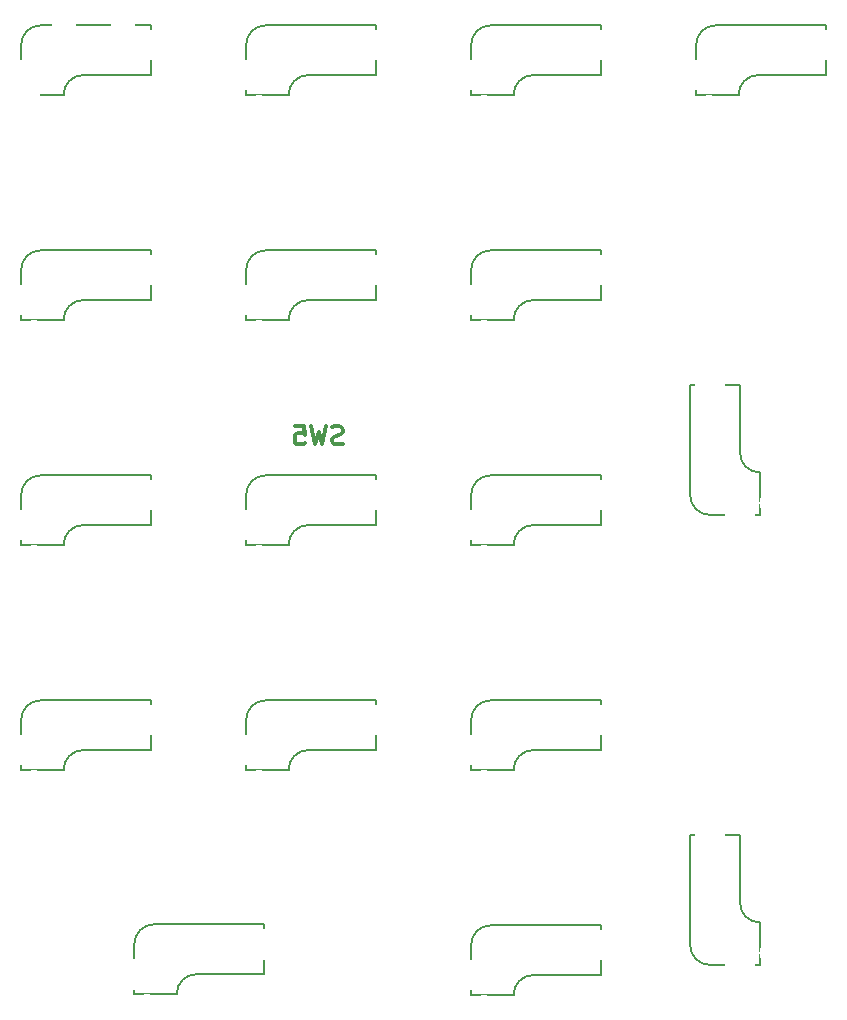
<source format=gbo>
G04 #@! TF.GenerationSoftware,KiCad,Pcbnew,5.1.10-88a1d61d58~90~ubuntu21.04.1*
G04 #@! TF.CreationDate,2021-08-17T10:31:51+02:00*
G04 #@! TF.ProjectId,discipad-pro,64697363-6970-4616-942d-70726f2e6b69,rev?*
G04 #@! TF.SameCoordinates,Original*
G04 #@! TF.FileFunction,Legend,Bot*
G04 #@! TF.FilePolarity,Positive*
%FSLAX46Y46*%
G04 Gerber Fmt 4.6, Leading zero omitted, Abs format (unit mm)*
G04 Created by KiCad (PCBNEW 5.1.10-88a1d61d58~90~ubuntu21.04.1) date 2021-08-17 10:31:51*
%MOMM*%
%LPD*%
G01*
G04 APERTURE LIST*
%ADD10C,0.150000*%
%ADD11C,0.304800*%
%ADD12C,2.102000*%
%ADD13O,1.802000X1.802000*%
%ADD14C,3.150000*%
%ADD15C,4.089800*%
%ADD16C,4.082180*%
%ADD17C,3.052000*%
%ADD18C,1.802000*%
%ADD19O,1.702000X1.702000*%
%ADD20C,1.502000*%
%ADD21C,4.502000*%
%ADD22C,1.702000*%
%ADD23C,1.302000*%
%ADD24O,1.502000X1.502000*%
%ADD25O,1.002000X1.802000*%
%ADD26O,1.002000X2.502000*%
%ADD27O,0.752000X1.102000*%
%ADD28C,1.602000*%
G04 APERTURE END LIST*
D10*
X171601000Y-125007000D02*
X171601000Y-121412000D01*
X167386000Y-125007000D02*
X171601000Y-125007000D01*
X165716000Y-114007000D02*
X169926000Y-114007000D01*
X165711000Y-123332000D02*
X165711000Y-114007000D01*
X169926000Y-119737000D02*
X169926000Y-114007000D01*
X171601000Y-121412000D02*
G75*
G02*
X169926000Y-119737000I0J1675000D01*
G01*
X167386000Y-125007000D02*
G75*
G02*
X165711000Y-123332000I0J1675000D01*
G01*
X118631000Y-127457000D02*
X122226000Y-127457000D01*
X118631000Y-123242000D02*
X118631000Y-127457000D01*
X129631000Y-121572000D02*
X129631000Y-125782000D01*
X120306000Y-121567000D02*
X129631000Y-121567000D01*
X123901000Y-125782000D02*
X129631000Y-125782000D01*
X122226000Y-127457000D02*
G75*
G02*
X123901000Y-125782000I1675000J0D01*
G01*
X118631000Y-123242000D02*
G75*
G02*
X120306000Y-121567000I1675000J0D01*
G01*
X171601000Y-86907000D02*
X171601000Y-83312000D01*
X167386000Y-86907000D02*
X171601000Y-86907000D01*
X165716000Y-75907000D02*
X169926000Y-75907000D01*
X165711000Y-85232000D02*
X165711000Y-75907000D01*
X169926000Y-81637000D02*
X169926000Y-75907000D01*
X171601000Y-83312000D02*
G75*
G02*
X169926000Y-81637000I0J1675000D01*
G01*
X167386000Y-86907000D02*
G75*
G02*
X165711000Y-85232000I0J1675000D01*
G01*
X147154000Y-127532000D02*
X150749000Y-127532000D01*
X147154000Y-123317000D02*
X147154000Y-127532000D01*
X158154000Y-121647000D02*
X158154000Y-125857000D01*
X148829000Y-121642000D02*
X158154000Y-121642000D01*
X152424000Y-125857000D02*
X158154000Y-125857000D01*
X150749000Y-127532000D02*
G75*
G02*
X152424000Y-125857000I1675000J0D01*
G01*
X147154000Y-123317000D02*
G75*
G02*
X148829000Y-121642000I1675000J0D01*
G01*
X147154000Y-108482000D02*
X150749000Y-108482000D01*
X147154000Y-104267000D02*
X147154000Y-108482000D01*
X158154000Y-102597000D02*
X158154000Y-106807000D01*
X148829000Y-102592000D02*
X158154000Y-102592000D01*
X152424000Y-106807000D02*
X158154000Y-106807000D01*
X150749000Y-108482000D02*
G75*
G02*
X152424000Y-106807000I1675000J0D01*
G01*
X147154000Y-104267000D02*
G75*
G02*
X148829000Y-102592000I1675000J0D01*
G01*
X128104000Y-108482000D02*
X131699000Y-108482000D01*
X128104000Y-104267000D02*
X128104000Y-108482000D01*
X139104000Y-102597000D02*
X139104000Y-106807000D01*
X129779000Y-102592000D02*
X139104000Y-102592000D01*
X133374000Y-106807000D02*
X139104000Y-106807000D01*
X131699000Y-108482000D02*
G75*
G02*
X133374000Y-106807000I1675000J0D01*
G01*
X128104000Y-104267000D02*
G75*
G02*
X129779000Y-102592000I1675000J0D01*
G01*
X109054000Y-108482000D02*
X112649000Y-108482000D01*
X109054000Y-104267000D02*
X109054000Y-108482000D01*
X120054000Y-102597000D02*
X120054000Y-106807000D01*
X110729000Y-102592000D02*
X120054000Y-102592000D01*
X114324000Y-106807000D02*
X120054000Y-106807000D01*
X112649000Y-108482000D02*
G75*
G02*
X114324000Y-106807000I1675000J0D01*
G01*
X109054000Y-104267000D02*
G75*
G02*
X110729000Y-102592000I1675000J0D01*
G01*
X147154000Y-89432000D02*
X150749000Y-89432000D01*
X147154000Y-85217000D02*
X147154000Y-89432000D01*
X158154000Y-83547000D02*
X158154000Y-87757000D01*
X148829000Y-83542000D02*
X158154000Y-83542000D01*
X152424000Y-87757000D02*
X158154000Y-87757000D01*
X150749000Y-89432000D02*
G75*
G02*
X152424000Y-87757000I1675000J0D01*
G01*
X147154000Y-85217000D02*
G75*
G02*
X148829000Y-83542000I1675000J0D01*
G01*
X128104000Y-89432000D02*
X131699000Y-89432000D01*
X128104000Y-85217000D02*
X128104000Y-89432000D01*
X139104000Y-83547000D02*
X139104000Y-87757000D01*
X129779000Y-83542000D02*
X139104000Y-83542000D01*
X133374000Y-87757000D02*
X139104000Y-87757000D01*
X131699000Y-89432000D02*
G75*
G02*
X133374000Y-87757000I1675000J0D01*
G01*
X128104000Y-85217000D02*
G75*
G02*
X129779000Y-83542000I1675000J0D01*
G01*
X109054000Y-89432000D02*
X112649000Y-89432000D01*
X109054000Y-85217000D02*
X109054000Y-89432000D01*
X120054000Y-83547000D02*
X120054000Y-87757000D01*
X110729000Y-83542000D02*
X120054000Y-83542000D01*
X114324000Y-87757000D02*
X120054000Y-87757000D01*
X112649000Y-89432000D02*
G75*
G02*
X114324000Y-87757000I1675000J0D01*
G01*
X109054000Y-85217000D02*
G75*
G02*
X110729000Y-83542000I1675000J0D01*
G01*
X147154000Y-70382000D02*
X150749000Y-70382000D01*
X147154000Y-66167000D02*
X147154000Y-70382000D01*
X158154000Y-64497000D02*
X158154000Y-68707000D01*
X148829000Y-64492000D02*
X158154000Y-64492000D01*
X152424000Y-68707000D02*
X158154000Y-68707000D01*
X150749000Y-70382000D02*
G75*
G02*
X152424000Y-68707000I1675000J0D01*
G01*
X147154000Y-66167000D02*
G75*
G02*
X148829000Y-64492000I1675000J0D01*
G01*
X128104000Y-70382000D02*
X131699000Y-70382000D01*
X128104000Y-66167000D02*
X128104000Y-70382000D01*
X139104000Y-64497000D02*
X139104000Y-68707000D01*
X129779000Y-64492000D02*
X139104000Y-64492000D01*
X133374000Y-68707000D02*
X139104000Y-68707000D01*
X131699000Y-70382000D02*
G75*
G02*
X133374000Y-68707000I1675000J0D01*
G01*
X128104000Y-66167000D02*
G75*
G02*
X129779000Y-64492000I1675000J0D01*
G01*
X109054000Y-70382000D02*
X112649000Y-70382000D01*
X109054000Y-66167000D02*
X109054000Y-70382000D01*
X120054000Y-64497000D02*
X120054000Y-68707000D01*
X110729000Y-64492000D02*
X120054000Y-64492000D01*
X114324000Y-68707000D02*
X120054000Y-68707000D01*
X112649000Y-70382000D02*
G75*
G02*
X114324000Y-68707000I1675000J0D01*
G01*
X109054000Y-66167000D02*
G75*
G02*
X110729000Y-64492000I1675000J0D01*
G01*
X166204000Y-51332000D02*
X169799000Y-51332000D01*
X166204000Y-47117000D02*
X166204000Y-51332000D01*
X177204000Y-45447000D02*
X177204000Y-49657000D01*
X167879000Y-45442000D02*
X177204000Y-45442000D01*
X171474000Y-49657000D02*
X177204000Y-49657000D01*
X169799000Y-51332000D02*
G75*
G02*
X171474000Y-49657000I1675000J0D01*
G01*
X166204000Y-47117000D02*
G75*
G02*
X167879000Y-45442000I1675000J0D01*
G01*
X147154000Y-51332000D02*
X150749000Y-51332000D01*
X147154000Y-47117000D02*
X147154000Y-51332000D01*
X158154000Y-45447000D02*
X158154000Y-49657000D01*
X148829000Y-45442000D02*
X158154000Y-45442000D01*
X152424000Y-49657000D02*
X158154000Y-49657000D01*
X150749000Y-51332000D02*
G75*
G02*
X152424000Y-49657000I1675000J0D01*
G01*
X147154000Y-47117000D02*
G75*
G02*
X148829000Y-45442000I1675000J0D01*
G01*
X128104000Y-51332000D02*
X131699000Y-51332000D01*
X128104000Y-47117000D02*
X128104000Y-51332000D01*
X139104000Y-45447000D02*
X139104000Y-49657000D01*
X129779000Y-45442000D02*
X139104000Y-45442000D01*
X133374000Y-49657000D02*
X139104000Y-49657000D01*
X131699000Y-51332000D02*
G75*
G02*
X133374000Y-49657000I1675000J0D01*
G01*
X128104000Y-47117000D02*
G75*
G02*
X129779000Y-45442000I1675000J0D01*
G01*
X109054000Y-51332000D02*
X112649000Y-51332000D01*
X109054000Y-47117000D02*
X109054000Y-51332000D01*
X120054000Y-45447000D02*
X120054000Y-49657000D01*
X110729000Y-45442000D02*
X120054000Y-45442000D01*
X114324000Y-49657000D02*
X120054000Y-49657000D01*
X112649000Y-51332000D02*
G75*
G02*
X114324000Y-49657000I1675000J0D01*
G01*
X109054000Y-47117000D02*
G75*
G02*
X110729000Y-45442000I1675000J0D01*
G01*
D11*
X136271000Y-80863857D02*
X136053285Y-80936428D01*
X135690428Y-80936428D01*
X135545285Y-80863857D01*
X135472714Y-80791285D01*
X135400142Y-80646142D01*
X135400142Y-80501000D01*
X135472714Y-80355857D01*
X135545285Y-80283285D01*
X135690428Y-80210714D01*
X135980714Y-80138142D01*
X136125857Y-80065571D01*
X136198428Y-79993000D01*
X136271000Y-79847857D01*
X136271000Y-79702714D01*
X136198428Y-79557571D01*
X136125857Y-79485000D01*
X135980714Y-79412428D01*
X135617857Y-79412428D01*
X135400142Y-79485000D01*
X134892142Y-79412428D02*
X134529285Y-80936428D01*
X134239000Y-79847857D01*
X133948714Y-80936428D01*
X133585857Y-79412428D01*
X132279571Y-79412428D02*
X133005285Y-79412428D01*
X133077857Y-80138142D01*
X133005285Y-80065571D01*
X132860142Y-79993000D01*
X132497285Y-79993000D01*
X132352142Y-80065571D01*
X132279571Y-80138142D01*
X132207000Y-80283285D01*
X132207000Y-80646142D01*
X132279571Y-80791285D01*
X132352142Y-80863857D01*
X132497285Y-80936428D01*
X132860142Y-80936428D01*
X133005285Y-80863857D01*
X133077857Y-80791285D01*
%LPC*%
D12*
X117701493Y-45217093D03*
X112701493Y-45217093D03*
G36*
G01*
X120801493Y-53968093D02*
X120801493Y-53968093D01*
G75*
G02*
X119750493Y-52917093I0J1051000D01*
G01*
X119750493Y-51517093D01*
G75*
G02*
X120801493Y-50466093I1051000J0D01*
G01*
X120801493Y-50466093D01*
G75*
G02*
X121852493Y-51517093I0J-1051000D01*
G01*
X121852493Y-52917093D01*
G75*
G02*
X120801493Y-53968093I-1051000J0D01*
G01*
G37*
G36*
G01*
X110601493Y-53868093D02*
X108601493Y-53868093D01*
G75*
G02*
X108550493Y-53817093I0J51000D01*
G01*
X108550493Y-50617093D01*
G75*
G02*
X108601493Y-50566093I51000J0D01*
G01*
X110601493Y-50566093D01*
G75*
G02*
X110652493Y-50617093I0J-51000D01*
G01*
X110652493Y-53817093D01*
G75*
G02*
X110601493Y-53868093I-51000J0D01*
G01*
G37*
X117701493Y-59717093D03*
X115201493Y-59717093D03*
G36*
G01*
X113701493Y-60768093D02*
X111701493Y-60768093D01*
G75*
G02*
X111650493Y-60717093I0J51000D01*
G01*
X111650493Y-58717093D01*
G75*
G02*
X111701493Y-58666093I51000J0D01*
G01*
X113701493Y-58666093D01*
G75*
G02*
X113752493Y-58717093I0J-51000D01*
G01*
X113752493Y-60717093D01*
G75*
G02*
X113701493Y-60768093I-51000J0D01*
G01*
G37*
D13*
X177279591Y-33383393D03*
X179819591Y-33383393D03*
X177279591Y-35923393D03*
X179819591Y-35923393D03*
X177279591Y-38463393D03*
G36*
G01*
X180720591Y-37613393D02*
X180720591Y-39313393D01*
G75*
G02*
X180669591Y-39364393I-51000J0D01*
G01*
X178969591Y-39364393D01*
G75*
G02*
X178918591Y-39313393I0J51000D01*
G01*
X178918591Y-37613393D01*
G75*
G02*
X178969591Y-37562393I51000J0D01*
G01*
X180669591Y-37562393D01*
G75*
G02*
X180720591Y-37613393I0J-51000D01*
G01*
G37*
D14*
X179451000Y-106934000D03*
D15*
X164211000Y-106934000D03*
X164211000Y-130810000D03*
D14*
X179451000Y-130810000D03*
G36*
G01*
X168676000Y-124906000D02*
X171176000Y-124906000D01*
G75*
G02*
X171227000Y-124957000I0J-51000D01*
G01*
X171227000Y-127507000D01*
G75*
G02*
X171176000Y-127558000I-51000J0D01*
G01*
X168676000Y-127558000D01*
G75*
G02*
X168625000Y-127507000I0J51000D01*
G01*
X168625000Y-124957000D01*
G75*
G02*
X168676000Y-124906000I51000J0D01*
G01*
G37*
D16*
X172466000Y-118872000D03*
D17*
X167386000Y-116332000D03*
X169926000Y-122682000D03*
G36*
G01*
X166136000Y-111456000D02*
X168636000Y-111456000D01*
G75*
G02*
X168687000Y-111507000I0J-51000D01*
G01*
X168687000Y-114057000D01*
G75*
G02*
X168636000Y-114108000I-51000J0D01*
G01*
X166136000Y-114108000D01*
G75*
G02*
X166085000Y-114057000I0J51000D01*
G01*
X166085000Y-111507000D01*
G75*
G02*
X166136000Y-111456000I51000J0D01*
G01*
G37*
D18*
X172466000Y-113792000D03*
X172466000Y-123952000D03*
D14*
X136704000Y-135307000D03*
D15*
X136704000Y-120067000D03*
X112828000Y-120067000D03*
D14*
X112828000Y-135307000D03*
G36*
G01*
X118732000Y-124532000D02*
X118732000Y-127032000D01*
G75*
G02*
X118681000Y-127083000I-51000J0D01*
G01*
X116131000Y-127083000D01*
G75*
G02*
X116080000Y-127032000I0J51000D01*
G01*
X116080000Y-124532000D01*
G75*
G02*
X116131000Y-124481000I51000J0D01*
G01*
X118681000Y-124481000D01*
G75*
G02*
X118732000Y-124532000I0J-51000D01*
G01*
G37*
D16*
X124766000Y-128322000D03*
D17*
X127306000Y-123242000D03*
X120956000Y-125782000D03*
G36*
G01*
X132182000Y-121992000D02*
X132182000Y-124492000D01*
G75*
G02*
X132131000Y-124543000I-51000J0D01*
G01*
X129581000Y-124543000D01*
G75*
G02*
X129530000Y-124492000I0J51000D01*
G01*
X129530000Y-121992000D01*
G75*
G02*
X129581000Y-121941000I51000J0D01*
G01*
X132131000Y-121941000D01*
G75*
G02*
X132182000Y-121992000I0J-51000D01*
G01*
G37*
D18*
X129846000Y-128322000D03*
X119686000Y-128322000D03*
D14*
X179451000Y-68834000D03*
D15*
X164211000Y-68834000D03*
X164211000Y-92710000D03*
D14*
X179451000Y-92710000D03*
G36*
G01*
X168676000Y-86806000D02*
X171176000Y-86806000D01*
G75*
G02*
X171227000Y-86857000I0J-51000D01*
G01*
X171227000Y-89407000D01*
G75*
G02*
X171176000Y-89458000I-51000J0D01*
G01*
X168676000Y-89458000D01*
G75*
G02*
X168625000Y-89407000I0J51000D01*
G01*
X168625000Y-86857000D01*
G75*
G02*
X168676000Y-86806000I51000J0D01*
G01*
G37*
D16*
X172466000Y-80772000D03*
D17*
X167386000Y-78232000D03*
X169926000Y-84582000D03*
G36*
G01*
X166136000Y-73356000D02*
X168636000Y-73356000D01*
G75*
G02*
X168687000Y-73407000I0J-51000D01*
G01*
X168687000Y-75957000D01*
G75*
G02*
X168636000Y-76008000I-51000J0D01*
G01*
X166136000Y-76008000D01*
G75*
G02*
X166085000Y-75957000I0J51000D01*
G01*
X166085000Y-73407000D01*
G75*
G02*
X166136000Y-73356000I51000J0D01*
G01*
G37*
D18*
X172466000Y-75692000D03*
X172466000Y-85852000D03*
G36*
G01*
X147255000Y-124607000D02*
X147255000Y-127107000D01*
G75*
G02*
X147204000Y-127158000I-51000J0D01*
G01*
X144654000Y-127158000D01*
G75*
G02*
X144603000Y-127107000I0J51000D01*
G01*
X144603000Y-124607000D01*
G75*
G02*
X144654000Y-124556000I51000J0D01*
G01*
X147204000Y-124556000D01*
G75*
G02*
X147255000Y-124607000I0J-51000D01*
G01*
G37*
D16*
X153289000Y-128397000D03*
D17*
X155829000Y-123317000D03*
X149479000Y-125857000D03*
G36*
G01*
X160705000Y-122067000D02*
X160705000Y-124567000D01*
G75*
G02*
X160654000Y-124618000I-51000J0D01*
G01*
X158104000Y-124618000D01*
G75*
G02*
X158053000Y-124567000I0J51000D01*
G01*
X158053000Y-122067000D01*
G75*
G02*
X158104000Y-122016000I51000J0D01*
G01*
X160654000Y-122016000D01*
G75*
G02*
X160705000Y-122067000I0J-51000D01*
G01*
G37*
D18*
X158369000Y-128397000D03*
X148209000Y-128397000D03*
G36*
G01*
X147255000Y-105557000D02*
X147255000Y-108057000D01*
G75*
G02*
X147204000Y-108108000I-51000J0D01*
G01*
X144654000Y-108108000D01*
G75*
G02*
X144603000Y-108057000I0J51000D01*
G01*
X144603000Y-105557000D01*
G75*
G02*
X144654000Y-105506000I51000J0D01*
G01*
X147204000Y-105506000D01*
G75*
G02*
X147255000Y-105557000I0J-51000D01*
G01*
G37*
D16*
X153289000Y-109347000D03*
D17*
X155829000Y-104267000D03*
X149479000Y-106807000D03*
G36*
G01*
X160705000Y-103017000D02*
X160705000Y-105517000D01*
G75*
G02*
X160654000Y-105568000I-51000J0D01*
G01*
X158104000Y-105568000D01*
G75*
G02*
X158053000Y-105517000I0J51000D01*
G01*
X158053000Y-103017000D01*
G75*
G02*
X158104000Y-102966000I51000J0D01*
G01*
X160654000Y-102966000D01*
G75*
G02*
X160705000Y-103017000I0J-51000D01*
G01*
G37*
D18*
X158369000Y-109347000D03*
X148209000Y-109347000D03*
G36*
G01*
X128205000Y-105557000D02*
X128205000Y-108057000D01*
G75*
G02*
X128154000Y-108108000I-51000J0D01*
G01*
X125604000Y-108108000D01*
G75*
G02*
X125553000Y-108057000I0J51000D01*
G01*
X125553000Y-105557000D01*
G75*
G02*
X125604000Y-105506000I51000J0D01*
G01*
X128154000Y-105506000D01*
G75*
G02*
X128205000Y-105557000I0J-51000D01*
G01*
G37*
D16*
X134239000Y-109347000D03*
D17*
X136779000Y-104267000D03*
X130429000Y-106807000D03*
G36*
G01*
X141655000Y-103017000D02*
X141655000Y-105517000D01*
G75*
G02*
X141604000Y-105568000I-51000J0D01*
G01*
X139054000Y-105568000D01*
G75*
G02*
X139003000Y-105517000I0J51000D01*
G01*
X139003000Y-103017000D01*
G75*
G02*
X139054000Y-102966000I51000J0D01*
G01*
X141604000Y-102966000D01*
G75*
G02*
X141655000Y-103017000I0J-51000D01*
G01*
G37*
D18*
X139319000Y-109347000D03*
X129159000Y-109347000D03*
G36*
G01*
X109155000Y-105557000D02*
X109155000Y-108057000D01*
G75*
G02*
X109104000Y-108108000I-51000J0D01*
G01*
X106554000Y-108108000D01*
G75*
G02*
X106503000Y-108057000I0J51000D01*
G01*
X106503000Y-105557000D01*
G75*
G02*
X106554000Y-105506000I51000J0D01*
G01*
X109104000Y-105506000D01*
G75*
G02*
X109155000Y-105557000I0J-51000D01*
G01*
G37*
D16*
X115189000Y-109347000D03*
D17*
X117729000Y-104267000D03*
X111379000Y-106807000D03*
G36*
G01*
X122605000Y-103017000D02*
X122605000Y-105517000D01*
G75*
G02*
X122554000Y-105568000I-51000J0D01*
G01*
X120004000Y-105568000D01*
G75*
G02*
X119953000Y-105517000I0J51000D01*
G01*
X119953000Y-103017000D01*
G75*
G02*
X120004000Y-102966000I51000J0D01*
G01*
X122554000Y-102966000D01*
G75*
G02*
X122605000Y-103017000I0J-51000D01*
G01*
G37*
D18*
X120269000Y-109347000D03*
X110109000Y-109347000D03*
G36*
G01*
X147255000Y-86507000D02*
X147255000Y-89007000D01*
G75*
G02*
X147204000Y-89058000I-51000J0D01*
G01*
X144654000Y-89058000D01*
G75*
G02*
X144603000Y-89007000I0J51000D01*
G01*
X144603000Y-86507000D01*
G75*
G02*
X144654000Y-86456000I51000J0D01*
G01*
X147204000Y-86456000D01*
G75*
G02*
X147255000Y-86507000I0J-51000D01*
G01*
G37*
D16*
X153289000Y-90297000D03*
D17*
X155829000Y-85217000D03*
X149479000Y-87757000D03*
G36*
G01*
X160705000Y-83967000D02*
X160705000Y-86467000D01*
G75*
G02*
X160654000Y-86518000I-51000J0D01*
G01*
X158104000Y-86518000D01*
G75*
G02*
X158053000Y-86467000I0J51000D01*
G01*
X158053000Y-83967000D01*
G75*
G02*
X158104000Y-83916000I51000J0D01*
G01*
X160654000Y-83916000D01*
G75*
G02*
X160705000Y-83967000I0J-51000D01*
G01*
G37*
D18*
X158369000Y-90297000D03*
X148209000Y-90297000D03*
G36*
G01*
X128205000Y-86507000D02*
X128205000Y-89007000D01*
G75*
G02*
X128154000Y-89058000I-51000J0D01*
G01*
X125604000Y-89058000D01*
G75*
G02*
X125553000Y-89007000I0J51000D01*
G01*
X125553000Y-86507000D01*
G75*
G02*
X125604000Y-86456000I51000J0D01*
G01*
X128154000Y-86456000D01*
G75*
G02*
X128205000Y-86507000I0J-51000D01*
G01*
G37*
D16*
X134239000Y-90297000D03*
D17*
X136779000Y-85217000D03*
X130429000Y-87757000D03*
G36*
G01*
X141655000Y-83967000D02*
X141655000Y-86467000D01*
G75*
G02*
X141604000Y-86518000I-51000J0D01*
G01*
X139054000Y-86518000D01*
G75*
G02*
X139003000Y-86467000I0J51000D01*
G01*
X139003000Y-83967000D01*
G75*
G02*
X139054000Y-83916000I51000J0D01*
G01*
X141604000Y-83916000D01*
G75*
G02*
X141655000Y-83967000I0J-51000D01*
G01*
G37*
D18*
X139319000Y-90297000D03*
X129159000Y-90297000D03*
G36*
G01*
X109155000Y-86507000D02*
X109155000Y-89007000D01*
G75*
G02*
X109104000Y-89058000I-51000J0D01*
G01*
X106554000Y-89058000D01*
G75*
G02*
X106503000Y-89007000I0J51000D01*
G01*
X106503000Y-86507000D01*
G75*
G02*
X106554000Y-86456000I51000J0D01*
G01*
X109104000Y-86456000D01*
G75*
G02*
X109155000Y-86507000I0J-51000D01*
G01*
G37*
D16*
X115189000Y-90297000D03*
D17*
X117729000Y-85217000D03*
X111379000Y-87757000D03*
G36*
G01*
X122605000Y-83967000D02*
X122605000Y-86467000D01*
G75*
G02*
X122554000Y-86518000I-51000J0D01*
G01*
X120004000Y-86518000D01*
G75*
G02*
X119953000Y-86467000I0J51000D01*
G01*
X119953000Y-83967000D01*
G75*
G02*
X120004000Y-83916000I51000J0D01*
G01*
X122554000Y-83916000D01*
G75*
G02*
X122605000Y-83967000I0J-51000D01*
G01*
G37*
D18*
X120269000Y-90297000D03*
X110109000Y-90297000D03*
G36*
G01*
X147255000Y-67457000D02*
X147255000Y-69957000D01*
G75*
G02*
X147204000Y-70008000I-51000J0D01*
G01*
X144654000Y-70008000D01*
G75*
G02*
X144603000Y-69957000I0J51000D01*
G01*
X144603000Y-67457000D01*
G75*
G02*
X144654000Y-67406000I51000J0D01*
G01*
X147204000Y-67406000D01*
G75*
G02*
X147255000Y-67457000I0J-51000D01*
G01*
G37*
D16*
X153289000Y-71247000D03*
D17*
X155829000Y-66167000D03*
X149479000Y-68707000D03*
G36*
G01*
X160705000Y-64917000D02*
X160705000Y-67417000D01*
G75*
G02*
X160654000Y-67468000I-51000J0D01*
G01*
X158104000Y-67468000D01*
G75*
G02*
X158053000Y-67417000I0J51000D01*
G01*
X158053000Y-64917000D01*
G75*
G02*
X158104000Y-64866000I51000J0D01*
G01*
X160654000Y-64866000D01*
G75*
G02*
X160705000Y-64917000I0J-51000D01*
G01*
G37*
D18*
X158369000Y-71247000D03*
X148209000Y-71247000D03*
G36*
G01*
X128205000Y-67457000D02*
X128205000Y-69957000D01*
G75*
G02*
X128154000Y-70008000I-51000J0D01*
G01*
X125604000Y-70008000D01*
G75*
G02*
X125553000Y-69957000I0J51000D01*
G01*
X125553000Y-67457000D01*
G75*
G02*
X125604000Y-67406000I51000J0D01*
G01*
X128154000Y-67406000D01*
G75*
G02*
X128205000Y-67457000I0J-51000D01*
G01*
G37*
D16*
X134239000Y-71247000D03*
D17*
X136779000Y-66167000D03*
X130429000Y-68707000D03*
G36*
G01*
X141655000Y-64917000D02*
X141655000Y-67417000D01*
G75*
G02*
X141604000Y-67468000I-51000J0D01*
G01*
X139054000Y-67468000D01*
G75*
G02*
X139003000Y-67417000I0J51000D01*
G01*
X139003000Y-64917000D01*
G75*
G02*
X139054000Y-64866000I51000J0D01*
G01*
X141604000Y-64866000D01*
G75*
G02*
X141655000Y-64917000I0J-51000D01*
G01*
G37*
D18*
X139319000Y-71247000D03*
X129159000Y-71247000D03*
G36*
G01*
X109155000Y-67457000D02*
X109155000Y-69957000D01*
G75*
G02*
X109104000Y-70008000I-51000J0D01*
G01*
X106554000Y-70008000D01*
G75*
G02*
X106503000Y-69957000I0J51000D01*
G01*
X106503000Y-67457000D01*
G75*
G02*
X106554000Y-67406000I51000J0D01*
G01*
X109104000Y-67406000D01*
G75*
G02*
X109155000Y-67457000I0J-51000D01*
G01*
G37*
D16*
X115189000Y-71247000D03*
D17*
X117729000Y-66167000D03*
X111379000Y-68707000D03*
G36*
G01*
X122605000Y-64917000D02*
X122605000Y-67417000D01*
G75*
G02*
X122554000Y-67468000I-51000J0D01*
G01*
X120004000Y-67468000D01*
G75*
G02*
X119953000Y-67417000I0J51000D01*
G01*
X119953000Y-64917000D01*
G75*
G02*
X120004000Y-64866000I51000J0D01*
G01*
X122554000Y-64866000D01*
G75*
G02*
X122605000Y-64917000I0J-51000D01*
G01*
G37*
D18*
X120269000Y-71247000D03*
X110109000Y-71247000D03*
G36*
G01*
X166305000Y-48407000D02*
X166305000Y-50907000D01*
G75*
G02*
X166254000Y-50958000I-51000J0D01*
G01*
X163704000Y-50958000D01*
G75*
G02*
X163653000Y-50907000I0J51000D01*
G01*
X163653000Y-48407000D01*
G75*
G02*
X163704000Y-48356000I51000J0D01*
G01*
X166254000Y-48356000D01*
G75*
G02*
X166305000Y-48407000I0J-51000D01*
G01*
G37*
D16*
X172339000Y-52197000D03*
D17*
X174879000Y-47117000D03*
X168529000Y-49657000D03*
G36*
G01*
X179755000Y-45867000D02*
X179755000Y-48367000D01*
G75*
G02*
X179704000Y-48418000I-51000J0D01*
G01*
X177154000Y-48418000D01*
G75*
G02*
X177103000Y-48367000I0J51000D01*
G01*
X177103000Y-45867000D01*
G75*
G02*
X177154000Y-45816000I51000J0D01*
G01*
X179704000Y-45816000D01*
G75*
G02*
X179755000Y-45867000I0J-51000D01*
G01*
G37*
D18*
X177419000Y-52197000D03*
X167259000Y-52197000D03*
G36*
G01*
X147255000Y-48407000D02*
X147255000Y-50907000D01*
G75*
G02*
X147204000Y-50958000I-51000J0D01*
G01*
X144654000Y-50958000D01*
G75*
G02*
X144603000Y-50907000I0J51000D01*
G01*
X144603000Y-48407000D01*
G75*
G02*
X144654000Y-48356000I51000J0D01*
G01*
X147204000Y-48356000D01*
G75*
G02*
X147255000Y-48407000I0J-51000D01*
G01*
G37*
D16*
X153289000Y-52197000D03*
D17*
X155829000Y-47117000D03*
X149479000Y-49657000D03*
G36*
G01*
X160705000Y-45867000D02*
X160705000Y-48367000D01*
G75*
G02*
X160654000Y-48418000I-51000J0D01*
G01*
X158104000Y-48418000D01*
G75*
G02*
X158053000Y-48367000I0J51000D01*
G01*
X158053000Y-45867000D01*
G75*
G02*
X158104000Y-45816000I51000J0D01*
G01*
X160654000Y-45816000D01*
G75*
G02*
X160705000Y-45867000I0J-51000D01*
G01*
G37*
D18*
X158369000Y-52197000D03*
X148209000Y-52197000D03*
G36*
G01*
X128205000Y-48407000D02*
X128205000Y-50907000D01*
G75*
G02*
X128154000Y-50958000I-51000J0D01*
G01*
X125604000Y-50958000D01*
G75*
G02*
X125553000Y-50907000I0J51000D01*
G01*
X125553000Y-48407000D01*
G75*
G02*
X125604000Y-48356000I51000J0D01*
G01*
X128154000Y-48356000D01*
G75*
G02*
X128205000Y-48407000I0J-51000D01*
G01*
G37*
D16*
X134239000Y-52197000D03*
D17*
X136779000Y-47117000D03*
X130429000Y-49657000D03*
G36*
G01*
X141655000Y-45867000D02*
X141655000Y-48367000D01*
G75*
G02*
X141604000Y-48418000I-51000J0D01*
G01*
X139054000Y-48418000D01*
G75*
G02*
X139003000Y-48367000I0J51000D01*
G01*
X139003000Y-45867000D01*
G75*
G02*
X139054000Y-45816000I51000J0D01*
G01*
X141604000Y-45816000D01*
G75*
G02*
X141655000Y-45867000I0J-51000D01*
G01*
G37*
D18*
X139319000Y-52197000D03*
X129159000Y-52197000D03*
G36*
G01*
X109155000Y-48407000D02*
X109155000Y-50907000D01*
G75*
G02*
X109104000Y-50958000I-51000J0D01*
G01*
X106554000Y-50958000D01*
G75*
G02*
X106503000Y-50907000I0J51000D01*
G01*
X106503000Y-48407000D01*
G75*
G02*
X106554000Y-48356000I51000J0D01*
G01*
X109104000Y-48356000D01*
G75*
G02*
X109155000Y-48407000I0J-51000D01*
G01*
G37*
D16*
X115189000Y-52197000D03*
D17*
X117729000Y-47117000D03*
X111379000Y-49657000D03*
G36*
G01*
X122605000Y-45867000D02*
X122605000Y-48367000D01*
G75*
G02*
X122554000Y-48418000I-51000J0D01*
G01*
X120004000Y-48418000D01*
G75*
G02*
X119953000Y-48367000I0J51000D01*
G01*
X119953000Y-45867000D01*
G75*
G02*
X120004000Y-45816000I51000J0D01*
G01*
X122554000Y-45816000D01*
G75*
G02*
X122605000Y-45867000I0J-51000D01*
G01*
G37*
D18*
X120269000Y-52197000D03*
X110109000Y-52197000D03*
D12*
X151470929Y-16693091D03*
X151470929Y-21193091D03*
X144970929Y-16693091D03*
X144970929Y-21193091D03*
D19*
X177550923Y-24807330D03*
G36*
G01*
X176750923Y-18876330D02*
X178350923Y-18876330D01*
G75*
G02*
X178401923Y-18927330I0J-51000D01*
G01*
X178401923Y-20527330D01*
G75*
G02*
X178350923Y-20578330I-51000J0D01*
G01*
X176750923Y-20578330D01*
G75*
G02*
X176699923Y-20527330I0J51000D01*
G01*
X176699923Y-18927330D01*
G75*
G02*
X176750923Y-18876330I51000J0D01*
G01*
G37*
X174696610Y-38488743D03*
G36*
G01*
X173896610Y-32557743D02*
X175496610Y-32557743D01*
G75*
G02*
X175547610Y-32608743I0J-51000D01*
G01*
X175547610Y-34208743D01*
G75*
G02*
X175496610Y-34259743I-51000J0D01*
G01*
X173896610Y-34259743D01*
G75*
G02*
X173845610Y-34208743I0J51000D01*
G01*
X173845610Y-32608743D01*
G75*
G02*
X173896610Y-32557743I51000J0D01*
G01*
G37*
X171842297Y-38488743D03*
G36*
G01*
X171042297Y-32557743D02*
X172642297Y-32557743D01*
G75*
G02*
X172693297Y-32608743I0J-51000D01*
G01*
X172693297Y-34208743D01*
G75*
G02*
X172642297Y-34259743I-51000J0D01*
G01*
X171042297Y-34259743D01*
G75*
G02*
X170991297Y-34208743I0J51000D01*
G01*
X170991297Y-32608743D01*
G75*
G02*
X171042297Y-32557743I51000J0D01*
G01*
G37*
X168987991Y-38488743D03*
G36*
G01*
X168187991Y-32557743D02*
X169787991Y-32557743D01*
G75*
G02*
X169838991Y-32608743I0J-51000D01*
G01*
X169838991Y-34208743D01*
G75*
G02*
X169787991Y-34259743I-51000J0D01*
G01*
X168187991Y-34259743D01*
G75*
G02*
X168136991Y-34208743I0J51000D01*
G01*
X168136991Y-32608743D01*
G75*
G02*
X168187991Y-32557743I51000J0D01*
G01*
G37*
X166133685Y-38488743D03*
G36*
G01*
X165333685Y-32557743D02*
X166933685Y-32557743D01*
G75*
G02*
X166984685Y-32608743I0J-51000D01*
G01*
X166984685Y-34208743D01*
G75*
G02*
X166933685Y-34259743I-51000J0D01*
G01*
X165333685Y-34259743D01*
G75*
G02*
X165282685Y-34208743I0J51000D01*
G01*
X165282685Y-32608743D01*
G75*
G02*
X165333685Y-32557743I51000J0D01*
G01*
G37*
X163279379Y-38488743D03*
G36*
G01*
X162479379Y-32557743D02*
X164079379Y-32557743D01*
G75*
G02*
X164130379Y-32608743I0J-51000D01*
G01*
X164130379Y-34208743D01*
G75*
G02*
X164079379Y-34259743I-51000J0D01*
G01*
X162479379Y-34259743D01*
G75*
G02*
X162428379Y-34208743I0J51000D01*
G01*
X162428379Y-32608743D01*
G75*
G02*
X162479379Y-32557743I51000J0D01*
G01*
G37*
X160425073Y-38488743D03*
G36*
G01*
X159625073Y-32557743D02*
X161225073Y-32557743D01*
G75*
G02*
X161276073Y-32608743I0J-51000D01*
G01*
X161276073Y-34208743D01*
G75*
G02*
X161225073Y-34259743I-51000J0D01*
G01*
X159625073Y-34259743D01*
G75*
G02*
X159574073Y-34208743I0J51000D01*
G01*
X159574073Y-32608743D01*
G75*
G02*
X159625073Y-32557743I51000J0D01*
G01*
G37*
X157570767Y-38488743D03*
G36*
G01*
X156770767Y-32557743D02*
X158370767Y-32557743D01*
G75*
G02*
X158421767Y-32608743I0J-51000D01*
G01*
X158421767Y-34208743D01*
G75*
G02*
X158370767Y-34259743I-51000J0D01*
G01*
X156770767Y-34259743D01*
G75*
G02*
X156719767Y-34208743I0J51000D01*
G01*
X156719767Y-32608743D01*
G75*
G02*
X156770767Y-32557743I51000J0D01*
G01*
G37*
X154716461Y-38488743D03*
G36*
G01*
X153916461Y-32557743D02*
X155516461Y-32557743D01*
G75*
G02*
X155567461Y-32608743I0J-51000D01*
G01*
X155567461Y-34208743D01*
G75*
G02*
X155516461Y-34259743I-51000J0D01*
G01*
X153916461Y-34259743D01*
G75*
G02*
X153865461Y-34208743I0J51000D01*
G01*
X153865461Y-32608743D01*
G75*
G02*
X153916461Y-32557743I51000J0D01*
G01*
G37*
X174696610Y-24807330D03*
G36*
G01*
X173896610Y-18876330D02*
X175496610Y-18876330D01*
G75*
G02*
X175547610Y-18927330I0J-51000D01*
G01*
X175547610Y-20527330D01*
G75*
G02*
X175496610Y-20578330I-51000J0D01*
G01*
X173896610Y-20578330D01*
G75*
G02*
X173845610Y-20527330I0J51000D01*
G01*
X173845610Y-18927330D01*
G75*
G02*
X173896610Y-18876330I51000J0D01*
G01*
G37*
X171842297Y-24807330D03*
G36*
G01*
X171042297Y-18876330D02*
X172642297Y-18876330D01*
G75*
G02*
X172693297Y-18927330I0J-51000D01*
G01*
X172693297Y-20527330D01*
G75*
G02*
X172642297Y-20578330I-51000J0D01*
G01*
X171042297Y-20578330D01*
G75*
G02*
X170991297Y-20527330I0J51000D01*
G01*
X170991297Y-18927330D01*
G75*
G02*
X171042297Y-18876330I51000J0D01*
G01*
G37*
X168987991Y-24807330D03*
G36*
G01*
X168187991Y-18876330D02*
X169787991Y-18876330D01*
G75*
G02*
X169838991Y-18927330I0J-51000D01*
G01*
X169838991Y-20527330D01*
G75*
G02*
X169787991Y-20578330I-51000J0D01*
G01*
X168187991Y-20578330D01*
G75*
G02*
X168136991Y-20527330I0J51000D01*
G01*
X168136991Y-18927330D01*
G75*
G02*
X168187991Y-18876330I51000J0D01*
G01*
G37*
X166133685Y-24807330D03*
G36*
G01*
X165333685Y-18876330D02*
X166933685Y-18876330D01*
G75*
G02*
X166984685Y-18927330I0J-51000D01*
G01*
X166984685Y-20527330D01*
G75*
G02*
X166933685Y-20578330I-51000J0D01*
G01*
X165333685Y-20578330D01*
G75*
G02*
X165282685Y-20527330I0J51000D01*
G01*
X165282685Y-18927330D01*
G75*
G02*
X165333685Y-18876330I51000J0D01*
G01*
G37*
X163279379Y-24807330D03*
G36*
G01*
X162479379Y-18876330D02*
X164079379Y-18876330D01*
G75*
G02*
X164130379Y-18927330I0J-51000D01*
G01*
X164130379Y-20527330D01*
G75*
G02*
X164079379Y-20578330I-51000J0D01*
G01*
X162479379Y-20578330D01*
G75*
G02*
X162428379Y-20527330I0J51000D01*
G01*
X162428379Y-18927330D01*
G75*
G02*
X162479379Y-18876330I51000J0D01*
G01*
G37*
X160425073Y-24807330D03*
G36*
G01*
X159625073Y-18876330D02*
X161225073Y-18876330D01*
G75*
G02*
X161276073Y-18927330I0J-51000D01*
G01*
X161276073Y-20527330D01*
G75*
G02*
X161225073Y-20578330I-51000J0D01*
G01*
X159625073Y-20578330D01*
G75*
G02*
X159574073Y-20527330I0J51000D01*
G01*
X159574073Y-18927330D01*
G75*
G02*
X159625073Y-18876330I51000J0D01*
G01*
G37*
X157570767Y-24807330D03*
G36*
G01*
X156770767Y-18876330D02*
X158370767Y-18876330D01*
G75*
G02*
X158421767Y-18927330I0J-51000D01*
G01*
X158421767Y-20527330D01*
G75*
G02*
X158370767Y-20578330I-51000J0D01*
G01*
X156770767Y-20578330D01*
G75*
G02*
X156719767Y-20527330I0J51000D01*
G01*
X156719767Y-18927330D01*
G75*
G02*
X156770767Y-18876330I51000J0D01*
G01*
G37*
X154716461Y-24807330D03*
G36*
G01*
X153916461Y-18876330D02*
X155516461Y-18876330D01*
G75*
G02*
X155567461Y-18927330I0J-51000D01*
G01*
X155567461Y-20527330D01*
G75*
G02*
X155516461Y-20578330I-51000J0D01*
G01*
X153916461Y-20578330D01*
G75*
G02*
X153865461Y-20527330I0J51000D01*
G01*
X153865461Y-18927330D01*
G75*
G02*
X153916461Y-18876330I51000J0D01*
G01*
G37*
X139054831Y-29536623D03*
G36*
G01*
X133123831Y-30336623D02*
X133123831Y-28736623D01*
G75*
G02*
X133174831Y-28685623I51000J0D01*
G01*
X134774831Y-28685623D01*
G75*
G02*
X134825831Y-28736623I0J-51000D01*
G01*
X134825831Y-30336623D01*
G75*
G02*
X134774831Y-30387623I-51000J0D01*
G01*
X133174831Y-30387623D01*
G75*
G02*
X133123831Y-30336623I0J51000D01*
G01*
G37*
X139054831Y-26841931D03*
G36*
G01*
X133123831Y-27641931D02*
X133123831Y-26041931D01*
G75*
G02*
X133174831Y-25990931I51000J0D01*
G01*
X134774831Y-25990931D01*
G75*
G02*
X134825831Y-26041931I0J-51000D01*
G01*
X134825831Y-27641931D01*
G75*
G02*
X134774831Y-27692931I-51000J0D01*
G01*
X133174831Y-27692931D01*
G75*
G02*
X133123831Y-27641931I0J51000D01*
G01*
G37*
D20*
X115714273Y-16610309D03*
X115714273Y-21710309D03*
D21*
X143833559Y-118686673D03*
X115752543Y-99566685D03*
X171914575Y-99841686D03*
X143833559Y-61784261D03*
X179001130Y-28475773D03*
X108503031Y-28475773D03*
D22*
X117219101Y-24409709D03*
X119719101Y-24409709D03*
X112164393Y-24392211D03*
X114664393Y-24392211D03*
G36*
G01*
X119033824Y-17529421D02*
X120233826Y-17529421D01*
G75*
G02*
X120284825Y-17580420I0J-50999D01*
G01*
X120284825Y-18780422D01*
G75*
G02*
X120233826Y-18831421I-50999J0D01*
G01*
X119033824Y-18831421D01*
G75*
G02*
X118982825Y-18780422I0J50999D01*
G01*
X118982825Y-17580420D01*
G75*
G02*
X119033824Y-17529421I50999J0D01*
G01*
G37*
D23*
X119633825Y-19680421D03*
D22*
X126287493Y-29571619D03*
X131287493Y-29571619D03*
X109414993Y-34908509D03*
X109414993Y-39908509D03*
D24*
X141703959Y-24147239D03*
D20*
X146783959Y-24147239D03*
X126178077Y-26841931D03*
D24*
X131258077Y-26841931D03*
D20*
X133929691Y-24199733D03*
D24*
X139009691Y-24199733D03*
X146783959Y-29484129D03*
D20*
X141703959Y-29484129D03*
D24*
X141703959Y-26771939D03*
D20*
X146783959Y-26771939D03*
X147875597Y-37235743D03*
D24*
X147875597Y-32155743D03*
D12*
X134962073Y-21193091D03*
X134962073Y-16693091D03*
X141462073Y-21193091D03*
X141462073Y-16693091D03*
G36*
G01*
X144363407Y-31450307D02*
X145963407Y-31450307D01*
G75*
G02*
X146014407Y-31501307I0J-51000D01*
G01*
X146014407Y-33101307D01*
G75*
G02*
X145963407Y-33152307I-51000J0D01*
G01*
X144363407Y-33152307D01*
G75*
G02*
X144312407Y-33101307I0J51000D01*
G01*
X144312407Y-31501307D01*
G75*
G02*
X144363407Y-31450307I51000J0D01*
G01*
G37*
D19*
X112143407Y-39921307D03*
X142623407Y-32301307D03*
X114683407Y-39921307D03*
X140083407Y-32301307D03*
X117223407Y-39921307D03*
X137543407Y-32301307D03*
X119763407Y-39921307D03*
X135003407Y-32301307D03*
X122303407Y-39921307D03*
X132463407Y-32301307D03*
X124843407Y-39921307D03*
X129923407Y-32301307D03*
X127383407Y-39921307D03*
X127383407Y-32301307D03*
X129923407Y-39921307D03*
X124843407Y-32301307D03*
X132463407Y-39921307D03*
X122303407Y-32301307D03*
X135003407Y-39921307D03*
X119763407Y-32301307D03*
X137543407Y-39921307D03*
X117223407Y-32301307D03*
X140083407Y-39921307D03*
X114683407Y-32301307D03*
X142623407Y-39921307D03*
X112143407Y-32301307D03*
X145163407Y-39921307D03*
D25*
X123077937Y-19342987D03*
X131727937Y-19342987D03*
D26*
X123077937Y-22722987D03*
X131727937Y-22722987D03*
D27*
X124422937Y-22377987D03*
X125272937Y-22377987D03*
X126122937Y-22377987D03*
X126972937Y-22377987D03*
X127822937Y-22377987D03*
X128672937Y-22377987D03*
X129522937Y-22377987D03*
X130377937Y-22377987D03*
X124427937Y-23702987D03*
X125277937Y-23702987D03*
X126127937Y-23702987D03*
X126977937Y-23702987D03*
X127827937Y-23702987D03*
X129527937Y-23702987D03*
X130377937Y-23702987D03*
X128677937Y-23702987D03*
D28*
X119616327Y-28276767D03*
X114736327Y-28276767D03*
M02*

</source>
